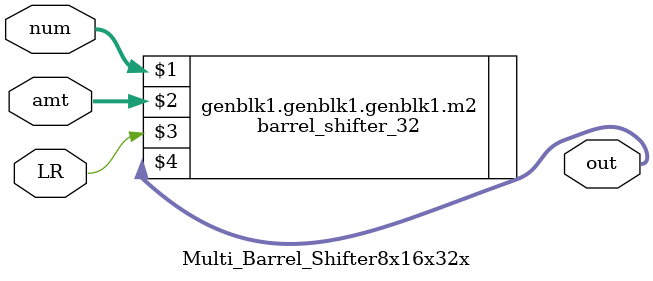
<source format=v>
`timescale 1ns / 1ps

module Multi_Barrel_Shifter8x16x32x    //adjust param M and N for 8,16,or 32 bits
#( parameter N=32,
   parameter M=5)
	(  input wire[N-1:0] num,
		input wire[M-1:0] amt,
		input wire LR,
		output wire[N-1:0] out	
		 );
		 generate 
			if(N==8) barrel_shifter_8 m0(num,amt,LR,out);
			else if(N==16) barrel_shifter_16 m1(num,amt,LR,out);
			else if(N==32) barrel_shifter_32 m2(num,amt,LR,out);			
		 endgenerate

endmodule

</source>
